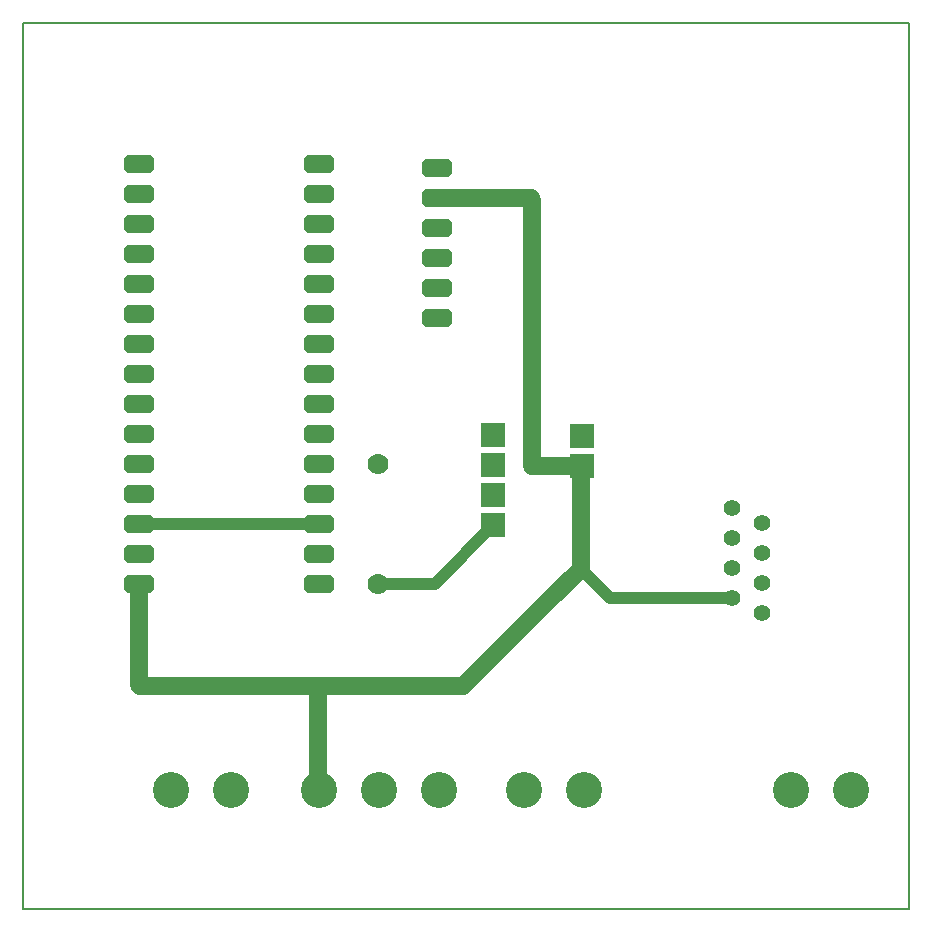
<source format=gbr>
G04 PROTEUS GERBER X2 FILE*
%TF.GenerationSoftware,Labcenter,Proteus,8.10-SP3-Build29560*%
%TF.CreationDate,2022-04-06T16:06:30+00:00*%
%TF.FileFunction,Copper,L1,Top*%
%TF.FilePolarity,Positive*%
%TF.Part,Single*%
%TF.SameCoordinates,{9280a720-8dd3-4385-b9d9-bf93217f49df}*%
%FSLAX45Y45*%
%MOMM*%
G01*
%TA.AperFunction,Conductor*%
%ADD10C,1.524000*%
%ADD11C,1.016000*%
%AMDIL002*
4,1,8,
-1.270000,0.457200,-0.965200,0.762000,0.965200,0.762000,1.270000,0.457200,1.270000,-0.457200,
0.965200,-0.762000,-0.965200,-0.762000,-1.270000,-0.457200,-1.270000,0.457200,
0*%
%TA.AperFunction,ComponentPad*%
%ADD12DIL002*%
%TA.AperFunction,ComponentPad*%
%ADD13C,1.778000*%
%TA.AperFunction,ComponentPad*%
%ADD14R,2.032000X2.032000*%
%TA.AperFunction,ComponentPad*%
%ADD15C,3.048000*%
%TA.AperFunction,ComponentPad*%
%ADD16C,1.397000*%
%TA.AperFunction,Profile*%
%ADD17C,0.203200*%
%TD.AperFunction*%
D10*
X-11774000Y+6250000D02*
X-11774000Y+5392679D01*
X-11767089Y+5385768D01*
X-10255185Y+5385768D01*
X-10255185Y+4505185D01*
X-10250000Y+4500000D01*
D11*
X-9750000Y+6250000D02*
X-9267000Y+6250000D01*
X-8771000Y+6746000D01*
X-6754000Y+6127000D02*
X-7783833Y+6127000D01*
X-8032855Y+6376022D01*
D10*
X-8032855Y+7234145D01*
X-8021000Y+7246000D01*
D11*
X-11774000Y+6758000D02*
X-10250000Y+6758000D01*
D10*
X-8021000Y+7246000D02*
X-8438648Y+7246000D01*
X-8440740Y+7248092D01*
X-8440740Y+9498632D01*
X-8455213Y+9513105D01*
X-9247105Y+9513105D01*
X-9250000Y+9516000D01*
X-10255185Y+5385768D02*
X-9029846Y+5385768D01*
X-8332807Y+6082807D01*
X-8032855Y+6376022D01*
D12*
X-10250000Y+6250000D03*
X-10250000Y+6504000D03*
X-10250000Y+6758000D03*
X-10250000Y+7012000D03*
X-10250000Y+7266000D03*
X-10250000Y+7520000D03*
X-10250000Y+7774000D03*
X-10250000Y+8028000D03*
X-10250000Y+8282000D03*
X-10250000Y+8536000D03*
X-10250000Y+8790000D03*
X-10250000Y+9044000D03*
X-10250000Y+9298000D03*
X-10250000Y+9552000D03*
X-10250000Y+9806000D03*
X-11774000Y+9806000D03*
X-11774000Y+9552000D03*
X-11774000Y+9298000D03*
X-11774000Y+9044000D03*
X-11774000Y+8790000D03*
X-11774000Y+8536000D03*
X-11774000Y+8282000D03*
X-11774000Y+8028000D03*
X-11774000Y+7774000D03*
X-11774000Y+7520000D03*
X-11774000Y+7266000D03*
X-11774000Y+7012000D03*
X-11774000Y+6758000D03*
X-11774000Y+6504000D03*
X-11774000Y+6250000D03*
X-9250000Y+8500000D03*
X-9250000Y+8754000D03*
X-9250000Y+9008000D03*
X-9250000Y+9262000D03*
X-9250000Y+9516000D03*
X-9250000Y+9770000D03*
D13*
X-9750000Y+6250000D03*
X-9750000Y+7266000D03*
D14*
X-8771000Y+6746000D03*
X-8771000Y+7000000D03*
X-8771000Y+7254000D03*
X-8771000Y+7508000D03*
D15*
X-6250000Y+4500000D03*
X-5742000Y+4500000D03*
X-11500000Y+4500000D03*
X-10992000Y+4500000D03*
X-8000000Y+4500000D03*
X-8508000Y+4500000D03*
X-9234000Y+4500000D03*
X-9742000Y+4500000D03*
X-10250000Y+4500000D03*
D14*
X-8021000Y+7246000D03*
X-8021000Y+7500000D03*
D16*
X-6500000Y+6000000D03*
X-6754000Y+6127000D03*
X-6500000Y+6254000D03*
X-6754000Y+6381000D03*
X-6500000Y+6508000D03*
X-6754000Y+6635000D03*
X-6500000Y+6762000D03*
X-6754000Y+6889000D03*
D17*
X-12750000Y+3500000D02*
X-5250000Y+3500000D01*
X-5250000Y+11000000D01*
X-12750000Y+11000000D01*
X-12750000Y+3500000D01*
M02*

</source>
